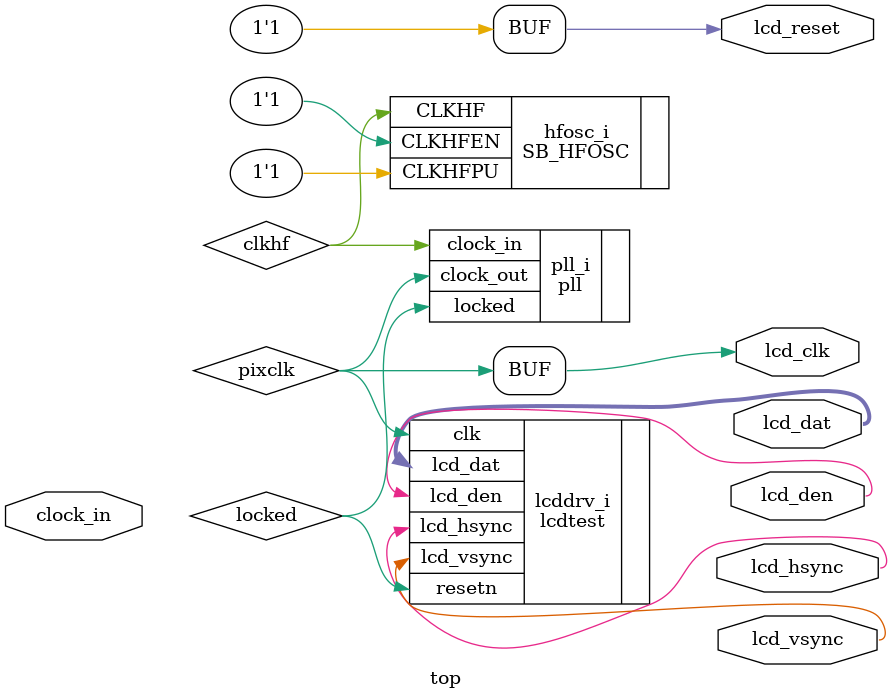
<source format=v>
module top(
    input clock_in,
    output lcd_clk,
    output [7:0] lcd_dat,
    output lcd_hsync,
    output lcd_vsync,
    output lcd_den,
    output lcd_reset);

wire clkhf;
wire locked;

(* ROUTE_THROUGH_FABRIC=1 *)
SB_HFOSC #(.CLKHF_DIV("0b01")) hfosc_i (
  .CLKHFEN(1'b1),
  .CLKHFPU(1'b1),
  .CLKHF(clkhf)
);

pll pll_i(.clock_in(clkhf), .clock_out(pixclk), .locked(locked));

lcdtest lcddrv_i (.clk(pixclk), //24 MHz pixel clock in
                  .resetn(locked),
                  .lcd_dat(lcd_dat),
                  .lcd_hsync(lcd_hsync),
                  .lcd_vsync(lcd_vsync),
                  .lcd_den(lcd_den));

  
assign lcd_clk = pixclk;

assign lcd_reset = 1'b1;
  
endmodule

</source>
